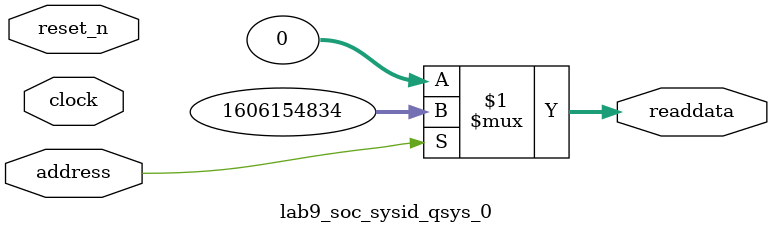
<source format=v>



// synthesis translate_off
`timescale 1ns / 1ps
// synthesis translate_on

// turn off superfluous verilog processor warnings 
// altera message_level Level1 
// altera message_off 10034 10035 10036 10037 10230 10240 10030 

module lab9_soc_sysid_qsys_0 (
               // inputs:
                address,
                clock,
                reset_n,

               // outputs:
                readdata
             )
;

  output  [ 31: 0] readdata;
  input            address;
  input            clock;
  input            reset_n;

  wire    [ 31: 0] readdata;
  //control_slave, which is an e_avalon_slave
  assign readdata = address ? 1606154834 : 0;

endmodule



</source>
